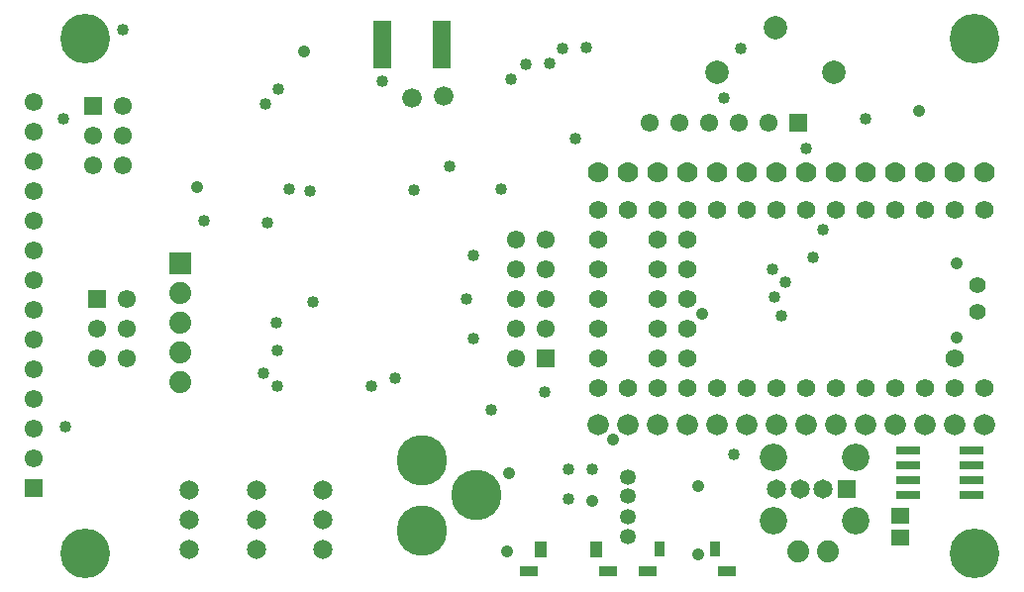
<source format=gbs>
G04 DipTrace 3.3.1.3*
G04 Teensy4.0TouchDisplayLoRa.gbs*
%MOIN*%
G04 #@! TF.FileFunction,Soldermask,Bot*
G04 #@! TF.Part,Single*
%AMOUTLINE0*
4,1,4,
0.0175,-0.025,
0.0175,0.025,
-0.0175,0.025,
-0.0175,-0.025,
0.0175,-0.025,
0*%
%AMOUTLINE1*
4,1,4,
-0.0285,-0.0155,
0.0285,-0.0155,
0.0285,0.0155,
-0.0285,0.0155,
-0.0285,-0.0155,
0*%
%AMOUTLINE2*
4,1,4,
0.0185,-0.026,
0.0185,0.026,
-0.0185,0.026,
-0.0185,-0.026,
0.0185,-0.026,
0*%
%AMOUTLINE6*
4,1,4,
0.03,0.08,
-0.03,0.08,
-0.03,-0.08,
0.03,-0.08,
0.03,0.08,
0*%
%ADD23C,0.04*%
%ADD33C,0.066*%
%ADD38C,0.17*%
%ADD41C,0.07*%
%ADD42C,0.074*%
%ADD53C,0.065199*%
%ADD54C,0.05315*%
%ADD61C,0.06194*%
%ADD62C,0.055*%
%ADD63R,0.074X0.074*%
%ADD77C,0.167*%
%ADD79C,0.042*%
%ADD81C,0.092551*%
%ADD83C,0.064992*%
%ADD85R,0.064992X0.064992*%
%ADD105C,0.078772*%
%ADD109R,0.08074X0.025622*%
%ADD123C,0.072*%
%ADD125C,0.061055*%
%ADD127R,0.061055X0.061055*%
%ADD133R,0.061055X0.053181*%
%ADD141OUTLINE0*%
%ADD142OUTLINE1*%
%ADD143OUTLINE2*%
%ADD147OUTLINE6*%
%FSLAX26Y26*%
G04*
G70*
G90*
G75*
G01*
G04 BotMask*
%LPD*%
D79*
X3599613Y1236707D3*
Y1487335D3*
X3475346Y1999781D3*
X2443485Y893648D3*
X1406094Y2199760D3*
X1043632Y1743558D3*
X2743453Y1318603D3*
X2374742Y687419D3*
X2730955Y737414D3*
Y506188D3*
X2093522Y781159D3*
X2087272Y518687D3*
D77*
X3661417Y511810D3*
X669291D3*
Y2244094D3*
X3661417D3*
D23*
X1268608Y1118624D3*
X793700Y2273700D3*
X1973700Y1233700D3*
X1949787Y1368598D3*
X1281107Y1624821D3*
X1668566Y2099771D3*
X2033700Y993700D3*
X1631070Y1074878D3*
X1433700Y1358697D3*
X2874690Y2212259D3*
X3118414Y1506083D3*
X2987178Y1374847D3*
X2274752Y2212259D3*
X2980928Y1468587D3*
X2353700Y2213700D3*
X2818445Y2043527D3*
X3012175Y1312354D3*
X2149766Y2156015D3*
X2099771Y2106020D3*
X1893700Y1813700D3*
X599928Y937393D3*
X1712312Y1099876D3*
X2213700Y1053700D3*
X1318603Y2074773D3*
X1274857Y2024779D3*
X1973700Y1513700D3*
X1068629Y1631070D3*
X1356099Y1737309D3*
X593700Y1973700D3*
X2293700Y793700D3*
X2374742Y793658D3*
X2849692Y843653D3*
X1424842Y1731060D3*
X2318498Y1906041D3*
X3149661Y1599823D3*
X3093700Y1873700D3*
X1312354Y1287356D3*
X1313700Y1193700D3*
Y1073700D3*
X1773700Y1733700D3*
X2293700Y693700D3*
X2231007Y2162264D3*
X2068524Y1737309D3*
X3024674Y1424842D3*
X3293700Y1973700D3*
D33*
X1768556Y2043527D3*
D133*
X3412039Y562527D3*
Y637330D3*
D33*
X1874794Y2049776D3*
D38*
X1799802Y824905D3*
Y588684D3*
X1984842Y706794D3*
D127*
X3068419Y1962285D3*
D125*
X2968419D3*
X2868419D3*
X2768419D3*
X2668419D3*
X2568419D3*
D41*
X3693700Y1793700D3*
X3593700D3*
X3493700D3*
X3393700D3*
X3293700D3*
X3193700D3*
X3093700D3*
X2993700D3*
X2893700D3*
X2793700D3*
X2693700D3*
X2593700D3*
X2493700D3*
X2393700D3*
D123*
X3693700Y943700D3*
X3593700D3*
X3493700D3*
X3393700D3*
X3293700D3*
X3193700D3*
X3093700D3*
X2993700D3*
X2893700D3*
X2793700D3*
X2693700D3*
X2593700D3*
X2493700D3*
X2393700D3*
D127*
X2218700Y1168700D3*
D125*
X2118700D3*
X2218700Y1268700D3*
X2118700D3*
X2218700Y1368700D3*
X2118700D3*
X2218700Y1468700D3*
X2118700D3*
X2218700Y1568700D3*
X2118700D3*
D42*
X3068700Y518700D3*
X3168700D3*
D105*
X3187157Y2131018D3*
X2990306Y2280624D3*
X2793456Y2131018D3*
D53*
X1018634Y524936D3*
Y624936D3*
Y724936D3*
X1243611Y524936D3*
Y624936D3*
Y724936D3*
X1468587Y524936D3*
Y624936D3*
Y724936D3*
D127*
X493700Y731700D3*
D125*
Y831700D3*
Y931700D3*
Y1031700D3*
Y1131700D3*
Y1231700D3*
Y1331700D3*
Y1431700D3*
Y1531700D3*
Y1631700D3*
Y1731700D3*
Y1831700D3*
Y1931700D3*
Y2031700D3*
D54*
X2493700Y568700D3*
Y633700D3*
Y703700D3*
Y768700D3*
D141*
X2786200Y523700D3*
X2601200D3*
D142*
X2826700Y449200D3*
X2560700D3*
D127*
X706167Y1368598D3*
D125*
X806167D3*
X706167Y1268598D3*
X806167D3*
X706167Y1168598D3*
X806167D3*
D127*
X693700Y2018700D3*
D125*
X793700D3*
X693700Y1918700D3*
X793700D3*
X693700Y1818700D3*
X793700D3*
D143*
X2386200Y523700D3*
X2201200D3*
D142*
X2426700Y449200D3*
X2160700D3*
D61*
X3693700Y1668700D3*
X3593700D3*
X3493700D3*
X3393700D3*
X3293700D3*
X3193700D3*
X3093700D3*
X2993700D3*
X2893700D3*
X2793700D3*
X2693700D3*
X2593700D3*
X2493700D3*
X2393700D3*
Y1568700D3*
Y1468700D3*
Y1368700D3*
Y1268700D3*
Y1168700D3*
Y1068700D3*
X2493700D3*
X2593700D3*
X2693700D3*
X2793700D3*
X2893700D3*
X2993700D3*
X3093700D3*
X3193700D3*
X3293700D3*
X3393700D3*
X3493700D3*
X3593700D3*
X3693700D3*
X3593700Y1168700D3*
D62*
X3671700Y1323700D3*
D61*
X2693700Y1568700D3*
X2593700Y1468700D3*
Y1368700D3*
D62*
X3671700Y1413700D3*
D61*
X2593700Y1568700D3*
X2693700Y1468700D3*
Y1368700D3*
Y1268700D3*
Y1168700D3*
X2593700Y1268700D3*
Y1168700D3*
D63*
X987388Y1487335D3*
D42*
Y1387335D3*
Y1287335D3*
Y1087335D3*
Y1187335D3*
D109*
X3649999Y856151D3*
Y806151D3*
Y756151D3*
Y706151D3*
X3437401D3*
Y756151D3*
Y806151D3*
Y856151D3*
D85*
X3230755Y728700D3*
D83*
X3152015D3*
X3073275D3*
X2994535D3*
D81*
X2983905Y621613D3*
Y835787D3*
X3259495Y621613D3*
Y835787D3*
D147*
X1868566Y2224758D3*
X1668566D3*
M02*

</source>
